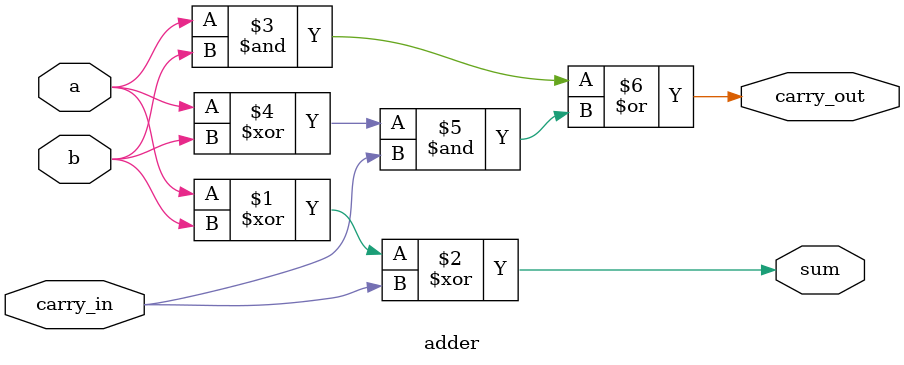
<source format=sv>
`timescale 1ns / 1ps

module adder(
 input a, 
 input b,
 input carry_in,
 output sum,
 output carry_out
);
assign sum = (a^b) ^ carry_in;
assign carry_out=(a&b)|((a^b)&(carry_in));
endmodule

</source>
